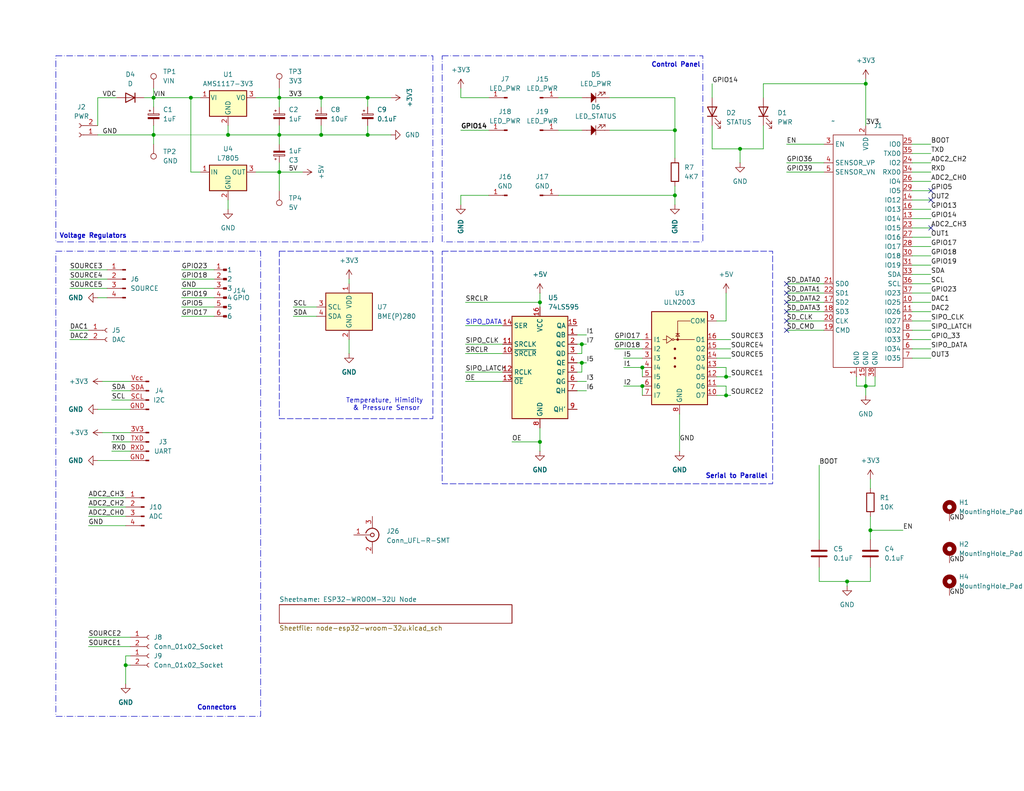
<source format=kicad_sch>
(kicad_sch (version 20231120) (generator "eeschema") (generator_version "8.0")
  (paper "USLetter")
  (title_block (title "ESP32 Sensor Node") (date "2024-07-03") (rev "v2.0") (comment 1 "ESP32-WROOM-32D Adapter"))
  (lib_symbols
    (symbol "+3V3_1" (power) (pin_numbers hide) (pin_names (offset 0) hide)
      (property "Value" "+3V3" (at 0 3.556 0))
      (symbol "+3V3_1_1_1"
        (pin power_in line (at 0 0 90) (length 0) (name "~") (number "1"))
      )
    )
    (symbol "+5V_1" (power) (pin_numbers hide) (pin_names (offset 0) hide)
      (property "Value" "+5V" (at 0 3.556 0))
      (symbol "+5V_1_1_1"
        (pin power_in line (at 0 0 90) (length 0) (name "~") (number "1"))
      )
    )
    (symbol "74xx:74LS595"
      (property "Reference" "U" (at -7.62 13.97 0))
      (property "Value" "74LS595" (at -7.62 -16.51 0))
      (symbol "74LS595_1_0"
        (pin tri_state line (at 10.16 7.62 180) (length 2.54) (name "QB") (number "1"))
        (pin input line (at -10.16 2.54 0) (length 2.54) (name "~{SRCLR}") (number "10"))
        (pin input line (at -10.16 5.08 0) (length 2.54) (name "SRCLK") (number "11"))
        (pin input line (at -10.16 -2.54 0) (length 2.54) (name "RCLK") (number "12"))
        (pin input line (at -10.16 -5.08 0) (length 2.54) (name "~{OE}") (number "13"))
        (pin input line (at -10.16 10.16 0) (length 2.54) (name "SER") (number "14"))
        (pin tri_state line (at 10.16 10.16 180) (length 2.54) (name "QA") (number "15"))
        (pin power_in line (at 0 15.24 270) (length 2.54) (name "VCC") (number "16"))
        (pin tri_state line (at 10.16 5.08 180) (length 2.54) (name "QC") (number "2"))
        (pin tri_state line (at 10.16 2.54 180) (length 2.54) (name "QD") (number "3"))
        (pin tri_state line (at 10.16 0 180) (length 2.54) (name "QE") (number "4"))
        (pin tri_state line (at 10.16 -2.54 180) (length 2.54) (name "QF") (number "5"))
        (pin tri_state line (at 10.16 -5.08 180) (length 2.54) (name "QG") (number "6"))
        (pin tri_state line (at 10.16 -7.62 180) (length 2.54) (name "QH") (number "7"))
        (pin power_in line (at 0 -17.78 90) (length 2.54) (name "GND") (number "8"))
        (pin output line (at 10.16 -12.7 180) (length 2.54) (name "QH'") (number "9"))
      )
    )
    (symbol "Alexander Symbol Library 2:Conn_UFL-R-SMT" (pin_names (offset 1.016) hide)
      (property "Reference" "J" (at -3.81 4.064 0))
      (property "Value" "Conn_UFL-R-SMT" (at 2.921 0 90))
      (symbol "Conn_UFL-R-SMT_1_1"
        (pin passive line (at -5.08 0 0) (length 2.54) (name "SIGNAL") (number "1"))
        (pin passive line (at 0 -5.08 90) (length 2.54) (name "GND") (number "2"))
        (pin passive line (at 0 5.08 270) (length 3.048) (name "GND") (number "3"))
      )
    )
    (symbol "Alexander Symbol Library:BME(P)280"
      (property "Reference" "U" (at -7.62 10.16 0))
      (property "Value" "BME(P)280" (at 5.08 10.16 0))
      (symbol "BME(P)280_1_1"
        (pin power_in line (at -1.27 10.16 270) (length 2.54) (name "VDD") (number "1"))
        (pin power_out line (at -1.27 -5.08 90) (length 2.54) (name "GND") (number "2"))
        (pin input line (at -10.16 3.81 0) (length 2.54) (name "SCL") (number "3"))
        (pin bidirectional line (at -10.16 1.27 0) (length 2.54) (name "SDA") (number "4"))
      )
    )
    (symbol "Alexander_Library_Symbols:Conn_2x3" (pin_names (offset 1.016))
      (property "Reference" "J" (at 0 0 0))
      (symbol "Conn_2x3_1_1"
        (pin bidirectional line (at -2.54 -2.54 0) (length 2.54) (name "1") (number "1"))
        (pin bidirectional line (at -2.54 -5.08 0) (length 2.54) (name "2") (number "2"))
        (pin bidirectional line (at -2.54 -7.62 0) (length 2.54) (name "3") (number "3"))
        (pin bidirectional line (at -2.54 -10.16 0) (length 2.54) (name "4") (number "4"))
        (pin bidirectional line (at -2.54 -12.7 0) (length 2.54) (name "5") (number "5"))
        (pin bidirectional line (at -2.54 -15.24 0) (length 2.54) (name "6") (number "6"))
      )
    )
    (symbol "Alexander_Library_Symbols:Conn_I2C_01x04" (pin_names (offset 1.016) hide)
      (property "Reference" "J" (at 0 5.08 0))
      (property "Value" "I2C" (at 0 -7.62 0))
      (symbol "Conn_I2C_01x04_1_1"
        (pin power_out line (at 5.08 -5.08 180) (length 3.81) (name "GND") (number "GND"))
        (pin bidirectional line (at 5.08 -2.54 180) (length 3.81) (name "SCL") (number "SCL"))
        (pin bidirectional line (at 5.08 0 180) (length 3.81) (name "SDA") (number "SDA"))
        (pin power_in line (at 5.08 2.54 180) (length 3.81) (name "VCC") (number "Vcc"))
      )
    )
    (symbol "Alexander_Library_Symbols:ESP32-WROOM-32D-SOCKET"
      (property "Reference" "J" (at 0 0 0))
      (symbol "ESP32-WROOM-32D-SOCKET_1_1"
        (pin power_out line (at 6.35 -69.85 90) (length 2.54) (name "GND") (number "1"))
        (pin bidirectional line (at 21.59 -49.53 180) (length 2.54) (name "IO25") (number "10"))
        (pin bidirectional line (at 21.59 -52.07 180) (length 2.54) (name "IO26") (number "11"))
        (pin bidirectional line (at 21.59 -54.61 180) (length 2.54) (name "IO27") (number "12"))
        (pin bidirectional line (at 21.59 -26.67 180) (length 2.54) (name "IO14") (number "13"))
        (pin bidirectional line (at 21.59 -21.59 180) (length 2.54) (name "IO12") (number "14"))
        (pin power_out line (at 8.89 -69.85 90) (length 2.54) (name "GND") (number "15"))
        (pin bidirectional line (at 21.59 -24.13 180) (length 2.54) (name "IO13") (number "16"))
        (pin input line (at -2.54 -49.53 0) (length 2.54) (name "SD2") (number "17"))
        (pin input line (at -2.54 -52.07 0) (length 2.54) (name "SD3") (number "18"))
        (pin input line (at -2.54 -57.15 0) (length 2.54) (name "CMD") (number "19"))
        (pin power_in line (at 8.89 -1.27 270) (length 2.54) (name "VDD") (number "2"))
        (pin input line (at -2.54 -54.61 0) (length 2.54) (name "CLK") (number "20"))
        (pin input line (at -2.54 -44.45 0) (length 2.54) (name "SD0") (number "21"))
        (pin input line (at -2.54 -46.99 0) (length 2.54) (name "SD1") (number "22"))
        (pin bidirectional line (at 21.59 -29.21 180) (length 2.54) (name "IO15") (number "23"))
        (pin bidirectional line (at 21.59 -11.43 180) (length 2.54) (name "IO2") (number "24"))
        (pin bidirectional line (at 21.59 -6.35 180) (length 2.54) (name "IO0") (number "25"))
        (pin bidirectional line (at 21.59 -16.51 180) (length 2.54) (name "IO4") (number "26"))
        (pin bidirectional line (at 21.59 -31.75 180) (length 2.54) (name "IO16") (number "27"))
        (pin bidirectional line (at 21.59 -34.29 180) (length 2.54) (name "IO17") (number "28"))
        (pin bidirectional line (at 21.59 -19.05 180) (length 2.54) (name "IO5") (number "29"))
        (pin input line (at -2.54 -6.35 0) (length 2.54) (name "EN") (number "3"))
        (pin bidirectional line (at 21.59 -36.83 180) (length 2.54) (name "IO18") (number "30"))
        (pin bidirectional line (at 21.59 -39.37 180) (length 2.54) (name "IO19") (number "31"))
        (pin bidirectional line (at 21.59 -41.91 180) (length 2.54) (name "SDA") (number "33"))
        (pin input line (at 21.59 -13.97 180) (length 2.54) (name "RXD0") (number "34"))
        (pin output line (at 21.59 -8.89 180) (length 2.54) (name "TXD0") (number "35"))
        (pin bidirectional line (at 21.59 -44.45 180) (length 2.54) (name "SCL") (number "36"))
        (pin bidirectional line (at 21.59 -46.99 180) (length 2.54) (name "IO23") (number "37"))
        (pin power_out line (at 11.43 -69.85 90) (length 2.54) (name "GND") (number "38"))
        (pin input line (at -2.54 -11.43 0) (length 2.54) (name "SENSOR_VP") (number "4"))
        (pin input line (at -2.54 -13.97 0) (length 2.54) (name "SENSOR_VN") (number "5"))
        (pin bidirectional line (at 21.59 -62.23 180) (length 2.54) (name "IO34") (number "6"))
        (pin bidirectional line (at 21.59 -64.77 180) (length 2.54) (name "IO35") (number "7"))
        (pin bidirectional line (at 21.59 -57.15 180) (length 2.54) (name "IO32") (number "8"))
        (pin bidirectional line (at 21.59 -59.69 180) (length 2.54) (name "IO33") (number "9"))
      )
    )
    (symbol "Conn_UART_1" (pin_names (offset 1.016) hide)
      (property "Reference" "J" (at 1.27 3.81 0))
      (property "Value" "UART" (at 2.54 -10.16 0))
      (symbol "Conn_UART_1_1_1"
        (pin power_in line (at 5.08 0 180) (length 3.81) (name "3V3") (number "3V3"))
        (pin power_out line (at 5.08 -7.62 180) (length 3.81) (name "GND") (number "GND"))
        (pin input line (at 5.08 -5.08 180) (length 3.81) (name "RXD") (number "RXD"))
        (pin output line (at 5.08 -2.54 180) (length 3.81) (name "TXD") (number "TXD"))
      )
    )
    (symbol "Connector:Conn_01x01_Pin" (pin_names (offset 1.016) hide)
      (property "Reference" "J" (at 0 2.54 0))
      (property "Value" "Conn_01x01_Pin" (at 0 -2.54 0))
      (symbol "Conn_01x01_Pin_1_1"
        (pin passive line (at 5.08 0 180) (length 3.81) (name "Pin_1") (number "1"))
      )
    )
    (symbol "Connector:Conn_01x02_Socket" (pin_names (offset 1.016) hide)
      (property "Reference" "J" (at 0 2.54 0))
      (property "Value" "Conn_01x02_Socket" (at 0 -5.08 0))
      (symbol "Conn_01x02_Socket_1_1"
        (pin passive line (at -5.08 0 0) (length 3.81) (name "Pin_1") (number "1"))
        (pin passive line (at -5.08 -2.54 0) (length 3.81) (name "Pin_2") (number "2"))
      )
    )
    (symbol "Connector:Conn_01x04_Pin" (pin_names (offset 1.016) hide)
      (property "Reference" "J" (at 0 5.08 0))
      (property "Value" "I2C" (at 0 -7.62 0))
      (symbol "Conn_01x04_Pin_1_1"
        (pin passive line (at 5.08 2.54 180) (length 3.81) (name "Pin_1") (number "1"))
        (pin passive line (at 5.08 0 180) (length 3.81) (name "Pin_2") (number "2"))
        (pin passive line (at 5.08 -2.54 180) (length 3.81) (name "Pin_3") (number "3"))
        (pin passive line (at 5.08 -5.08 180) (length 3.81) (name "Pin_4") (number "4"))
      )
    )
    (symbol "Connector:TestPoint" (pin_numbers hide) (pin_names (offset 0.762) hide)
      (property "Reference" "TP" (at 0 6.858 0))
      (property "Value" "TestPoint" (at 0 5.08 0))
      (symbol "TestPoint_1_1"
        (pin passive line (at 0 0 90) (length 2.54) (name "1") (number "1"))
      )
    )
    (symbol "Device:C" (pin_numbers hide) (pin_names (offset 0.254))
      (property "Reference" "C" (at 0.635 2.54 0))
      (property "Value" "C" (at 0.635 -2.54 0))
      (symbol "C_1_1"
        (pin passive line (at 0 3.81 270) (length 2.794) (name "~") (number "1"))
        (pin passive line (at 0 -3.81 90) (length 2.794) (name "~") (number "2"))
      )
    )
    (symbol "Device:C_Polarized_Small" (pin_numbers hide) (pin_names (offset 0.254) hide)
      (property "Reference" "C" (at 0.254 1.778 0))
      (property "Value" "C_Polarized_Small" (at 0.254 -2.032 0))
      (symbol "C_Polarized_Small_1_1"
        (pin passive line (at 0 2.54 270) (length 1.8542) (name "~") (number "1"))
        (pin passive line (at 0 -2.54 90) (length 1.8542) (name "~") (number "2"))
      )
    )
    (symbol "Device:D" (pin_numbers hide) (pin_names (offset 1.016) hide)
      (property "Reference" "D" (at 0 2.54 0))
      (property "Value" "D" (at 0 -2.54 0))
      (symbol "D_1_1"
        (pin passive line (at -3.81 0 0) (length 2.54) (name "K") (number "1"))
        (pin passive line (at 3.81 0 180) (length 2.54) (name "A") (number "2"))
      )
    )
    (symbol "Device:LED" (pin_numbers hide) (pin_names (offset 1.016) hide)
      (property "Reference" "D" (at 0 2.54 0))
      (property "Value" "LED" (at 0 -2.54 0))
      (symbol "LED_1_1"
        (pin passive line (at -3.81 0 0) (length 2.54) (name "K") (number "1"))
        (pin passive line (at 3.81 0 180) (length 2.54) (name "A") (number "2"))
      )
    )
    (symbol "Device:R" (pin_numbers hide) (pin_names (offset 0))
      (property "Reference" "R" (at 2.032 0 90))
      (property "Value" "R" (at 0 0 90))
      (symbol "R_1_1"
        (pin passive line (at 0 3.81 270) (length 1.27) (name "~") (number "1"))
        (pin passive line (at 0 -3.81 90) (length 1.27) (name "~") (number "2"))
      )
    )
    (symbol "GND_1" (power) (pin_numbers hide) (pin_names (offset 0) hide)
      (property "Value" "GND" (at 0 -3.81 0))
      (symbol "GND_1_1_1"
        (pin power_in line (at 0 0 270) (length 0) (name "~") (number "1"))
      )
    )
    (symbol "GND_3" (power) (pin_numbers hide) (pin_names (offset 0) hide)
      (property "Value" "GND" (at 0 -3.81 0))
      (symbol "GND_3_1_1"
        (pin power_in line (at 0 0 270) (length 0) (name "~") (number "1"))
      )
    )
    (symbol "GND_4" (power) (pin_numbers hide) (pin_names (offset 0) hide)
      (property "Value" "GND" (at 0 -3.81 0))
      (symbol "GND_4_1_1"
        (pin power_in line (at 0 0 270) (length 0) (name "~") (number "1"))
      )
    )
    (symbol "GND_5" (power) (pin_numbers hide) (pin_names (offset 0) hide)
      (property "Value" "GND" (at 0 -3.81 0))
      (symbol "GND_5_1_1"
        (pin power_in line (at 0 0 270) (length 0) (name "~") (number "1"))
      )
    )
    (symbol "Mechanical:MountingHole_Pad" (pin_numbers hide) (pin_names (offset 1.016) hide)
      (property "Reference" "H" (at 0 6.35 0))
      (property "Value" "MountingHole_Pad" (at 0 4.445 0))
      (symbol "MountingHole_Pad_1_1"
        (pin input line (at 0 -2.54 90) (length 2.54) (name "1") (number "1"))
      )
    )
    (symbol "PCM_SL_Devices:LED_5mm"
      (property "Reference" "D" (at -0.508 5.334 0))
      (property "Value" "LED_5mm" (at -0.508 2.794 0))
      (symbol "LED_5mm_1_1"
        (pin passive line (at 3.81 0 180) (length 1.5) (name "~") (number "1"))
        (pin passive line (at -3.81 0 0) (length 1.5) (name "") (number "2"))
      )
    )
    (symbol "Regulator_Linear:L7805" (pin_names (offset 0.254))
      (property "Reference" "U4" (at 0 6.35 0))
      (property "Value" "L7805" (at 0 3.81 0))
      (symbol "L7805_1_1"
        (pin power_in line (at -7.62 0 0) (length 2.54) (name "IN") (number "1"))
        (pin power_in line (at 0 -7.62 90) (length 2.54) (name "GND") (number "2"))
        (pin power_out line (at 7.62 0 180) (length 2.54) (name "OUT") (number "3"))
      )
    )
    (symbol "Regulator_Linear:LM78M05_TO220" (pin_names (offset 0.254))
      (property "Reference" "U" (at -3.81 3.175 0))
      (property "Value" "LM78M05_TO220" (at 0 3.175 0))
      (symbol "LM78M05_TO220_1_1"
        (pin power_in line (at -7.62 0 0) (length 2.54) (name "VI") (number "1"))
        (pin power_in line (at 0 -7.62 90) (length 2.54) (name "GND") (number "2"))
        (pin power_out line (at 7.62 0 180) (length 2.54) (name "VO") (number "3"))
      )
    )
    (symbol "Transistor_Array:ULN2003"
      (property "Reference" "U" (at 0 15.875 0))
      (property "Value" "ULN2003" (at 0 13.97 0))
      (symbol "ULN2003_1_1"
        (pin input line (at -10.16 5.08 0) (length 2.54) (name "I1") (number "1"))
        (pin open_collector line (at 10.16 -10.16 180) (length 2.54) (name "O7") (number "10"))
        (pin open_collector line (at 10.16 -7.62 180) (length 2.54) (name "O6") (number "11"))
        (pin open_collector line (at 10.16 -5.08 180) (length 2.54) (name "O5") (number "12"))
        (pin open_collector line (at 10.16 -2.54 180) (length 2.54) (name "O4") (number "13"))
        (pin open_collector line (at 10.16 0 180) (length 2.54) (name "O3") (number "14"))
        (pin open_collector line (at 10.16 2.54 180) (length 2.54) (name "O2") (number "15"))
        (pin open_collector line (at 10.16 5.08 180) (length 2.54) (name "O1") (number "16"))
        (pin input line (at -10.16 2.54 0) (length 2.54) (name "I2") (number "2"))
        (pin input line (at -10.16 0 0) (length 2.54) (name "I3") (number "3"))
        (pin input line (at -10.16 -2.54 0) (length 2.54) (name "I4") (number "4"))
        (pin input line (at -10.16 -5.08 0) (length 2.54) (name "I5") (number "5"))
        (pin input line (at -10.16 -7.62 0) (length 2.54) (name "I6") (number "6"))
        (pin input line (at -10.16 -10.16 0) (length 2.54) (name "I7") (number "7"))
        (pin power_in line (at 0 -15.24 90) (length 2.54) (name "GND") (number "8"))
        (pin passive line (at 10.16 10.16 180) (length 2.54) (name "COM") (number "9"))
      )
    )
    (symbol "power:+3V3" (power) (pin_names (offset 0))
      (property "Value" "+3V3" (at 0 3.556 0))
      (symbol "+3V3_1_1"
        (pin power_in line (at 0 0 90) (length 0) hide (name "+3V3") (number "1"))
      )
    )
    (symbol "power:+5V" (power) (pin_names (offset 0))
      (property "Value" "+5V" (at 0 3.556 0))
      (symbol "+5V_1_1"
        (pin power_in line (at 0 0 90) (length 0) hide (name "+5V") (number "1"))
      )
    )
    (symbol "power:GND" (power) (pin_names (offset 0))
      (property "Value" "GND" (at 0 -3.81 0))
      (symbol "GND_1_1"
        (pin power_in line (at 0 0 270) (length 0) hide (name "GND") (number "1"))
      )
    )
  )
  (junction (at 147.32 120.65))
  (junction (at 87.63 26.67))
  (junction (at 62.23 36.83))
  (junction (at 76.2 36.83))
  (junction (at 184.15 35.56))
  (junction (at 100.33 36.83))
  (junction (at 198.12 107.95))
  (junction (at 41.91 36.83))
  (junction (at 52.07 26.67))
  (junction (at 76.2 46.99))
  (junction (at 158.75 93.98))
  (junction (at 198.12 102.87))
  (junction (at 236.22 105.41))
  (junction (at 158.75 99.06))
  (junction (at 175.26 105.41))
  (junction (at 237.49 144.78))
  (junction (at 100.33 26.67))
  (junction (at 175.26 100.33))
  (junction (at 76.2 26.67))
  (junction (at 41.91 26.67))
  (junction (at 87.63 36.83))
  (junction (at 147.32 82.55))
  (junction (at 184.15 53.34))
  (junction (at 231.14 158.75))
  (junction (at 236.22 22.86))
  (junction (at 201.93 40.64))
  (junction (at 34.29 181.61))
  (no_connect (at 214.63 82.55))
  (no_connect (at 214.63 90.17))
  (no_connect (at 214.63 85.09))
  (no_connect (at 254 52.07))
  (no_connect (at 254 62.23))
  (no_connect (at 254 54.61))
  (no_connect (at 214.63 80.01))
  (no_connect (at 214.63 87.63))
  (no_connect (at 214.63 77.47))
  (wire (pts (xy 170.18 105.41) (xy 175.26 105.41)))
  (wire (pts (xy 158.75 99.06) (xy 158.75 101.6)))
  (wire (pts (xy 248.92 44.45) (xy 254 44.45)))
  (wire (pts (xy 62.23 54.61) (xy 62.23 57.15)))
  (wire (pts (xy 52.07 26.67) (xy 54.61 26.67)))
  (wire (pts (xy 157.48 99.06) (xy 158.75 99.06)))
  (wire (pts (xy 214.63 87.63) (xy 224.79 87.63)))
  (wire (pts (xy 34.29 179.07) (xy 34.29 181.61)))
  (wire (pts (xy 30.48 109.22) (xy 35.56 109.22)))
  (wire (pts (xy 41.91 36.83) (xy 62.23 36.83)) (stroke (width 0.0254)))
  (wire (pts (xy 147.32 116.84) (xy 147.32 120.65)))
  (wire (pts (xy 198.12 105.41) (xy 198.12 107.95)))
  (wire (pts (xy 127 93.98) (xy 137.16 93.98)))
  (wire (pts (xy 184.15 26.67) (xy 184.15 35.56)))
  (wire (pts (xy 184.15 50.8) (xy 184.15 53.34)))
  (wire (pts (xy 24.13 173.99) (xy 35.56 173.99)))
  (wire (pts (xy 198.12 100.33) (xy 198.12 102.87)))
  (wire (pts (xy 223.52 158.75) (xy 231.14 158.75)))
  (wire (pts (xy 41.91 26.67) (xy 52.07 26.67)))
  (wire (pts (xy 248.92 49.53) (xy 254 49.53)))
  (wire (pts (xy 201.93 40.64) (xy 208.28 40.64)))
  (wire (pts (xy 214.63 85.09) (xy 224.79 85.09)))
  (wire (pts (xy 54.61 46.99) (xy 52.07 46.99)))
  (wire (pts (xy 30.48 120.65) (xy 35.56 120.65)))
  (wire (pts (xy 198.12 107.95) (xy 199.39 107.95)))
  (wire (pts (xy 24.13 140.97) (xy 34.29 140.97)))
  (wire (pts (xy 127 96.52) (xy 137.16 96.52)))
  (wire (pts (xy 236.22 21.59) (xy 236.22 22.86)))
  (wire (pts (xy 248.92 64.77) (xy 254 64.77)))
  (wire (pts (xy 27.94 104.14) (xy 35.56 104.14)))
  (wire (pts (xy 195.58 107.95) (xy 198.12 107.95)))
  (wire (pts (xy 62.23 34.29) (xy 62.23 36.83)))
  (wire (pts (xy 100.33 36.83) (xy 106.68 36.83)))
  (wire (pts (xy 195.58 92.71) (xy 199.39 92.71)))
  (wire (pts (xy 29.21 78.74) (xy 19.05 78.74)))
  (wire (pts (xy 233.68 105.41) (xy 236.22 105.41)))
  (wire (pts (xy 158.75 93.98) (xy 160.02 93.98)))
  (wire (pts (xy 125.73 26.67) (xy 125.73 24.13)))
  (wire (pts (xy 76.2 34.29) (xy 76.2 36.83)))
  (wire (pts (xy 175.26 105.41) (xy 175.26 107.95)))
  (wire (pts (xy 29.21 73.66) (xy 19.05 73.66)))
  (wire (pts (xy 248.92 39.37) (xy 254 39.37)))
  (wire (pts (xy 87.63 26.67) (xy 87.63 29.21)))
  (wire (pts (xy 49.53 83.82) (xy 58.42 83.82)))
  (wire (pts (xy 198.12 87.63) (xy 195.58 87.63)))
  (wire (pts (xy 198.12 102.87) (xy 199.39 102.87)))
  (wire (pts (xy 194.31 22.86) (xy 194.31 26.67)))
  (wire (pts (xy 26.67 81.28) (xy 29.21 81.28)))
  (wire (pts (xy 49.53 73.66) (xy 58.42 73.66)))
  (wire (pts (xy 147.32 82.55) (xy 147.32 83.82)))
  (wire (pts (xy 167.64 92.71) (xy 175.26 92.71)))
  (wire (pts (xy 125.73 53.34) (xy 125.73 55.88)))
  (wire (pts (xy 224.79 39.37) (xy 214.63 39.37)))
  (wire (pts (xy 166.37 35.56) (xy 184.15 35.56)))
  (wire (pts (xy 133.35 26.67) (xy 125.73 26.67)))
  (wire (pts (xy 147.32 80.01) (xy 147.32 82.55)))
  (wire (pts (xy 26.67 26.67) (xy 31.75 26.67)))
  (wire (pts (xy 233.68 102.87) (xy 233.68 105.41)))
  (wire (pts (xy 41.91 39.37) (xy 41.91 36.83)))
  (wire (pts (xy 19.05 90.17) (xy 24.13 90.17)))
  (wire (pts (xy 214.63 46.99) (xy 224.79 46.99)))
  (wire (pts (xy 49.53 76.2) (xy 58.42 76.2)))
  (wire (pts (xy 34.29 181.61) (xy 35.56 181.61)))
  (wire (pts (xy 27.94 118.11) (xy 35.56 118.11)))
  (wire (pts (xy 41.91 26.67) (xy 41.91 29.21)))
  (wire (pts (xy 237.49 140.97) (xy 237.49 144.78)))
  (wire (pts (xy 237.49 144.78) (xy 246.38 144.78)))
  (wire (pts (xy 248.92 92.71) (xy 254 92.71)))
  (wire (pts (xy 41.91 34.29) (xy 41.91 36.83)))
  (wire (pts (xy 201.93 44.45) (xy 201.93 40.64)))
  (wire (pts (xy 195.58 105.41) (xy 198.12 105.41)))
  (wire (pts (xy 152.4 35.56) (xy 158.75 35.56)))
  (wire (pts (xy 214.63 80.01) (xy 224.79 80.01)))
  (wire (pts (xy 198.12 80.01) (xy 198.12 87.63)))
  (wire (pts (xy 24.13 176.53) (xy 35.56 176.53)))
  (wire (pts (xy 214.63 77.47) (xy 224.79 77.47)))
  (wire (pts (xy 157.48 96.52) (xy 158.75 96.52)))
  (wire (pts (xy 157.48 104.14) (xy 160.02 104.14)))
  (wire (pts (xy 208.28 34.29) (xy 208.28 40.64)))
  (wire (pts (xy 52.07 26.67) (xy 52.07 46.99)))
  (wire (pts (xy 248.92 87.63) (xy 254 87.63)))
  (wire (pts (xy 35.56 179.07) (xy 34.29 179.07)))
  (wire (pts (xy 76.2 46.99) (xy 82.55 46.99)))
  (wire (pts (xy 41.91 24.13) (xy 41.91 26.67)))
  (wire (pts (xy 76.2 36.83) (xy 87.63 36.83)))
  (wire (pts (xy 248.92 90.17) (xy 254 90.17)))
  (wire (pts (xy 152.4 26.67) (xy 158.75 26.67)))
  (wire (pts (xy 195.58 97.79) (xy 199.39 97.79)))
  (wire (pts (xy 248.92 80.01) (xy 254 80.01)))
  (wire (pts (xy 237.49 154.94) (xy 237.49 158.75)))
  (wire (pts (xy 208.28 22.86) (xy 208.28 26.67)))
  (wire (pts (xy 127 88.9) (xy 137.16 88.9)))
  (wire (pts (xy 80.01 86.36) (xy 86.36 86.36)))
  (wire (pts (xy 35.56 111.76) (xy 26.67 111.76)))
  (wire (pts (xy 195.58 95.25) (xy 199.39 95.25)))
  (wire (pts (xy 30.48 123.19) (xy 35.56 123.19)))
  (wire (pts (xy 125.73 35.56) (xy 133.35 35.56)))
  (wire (pts (xy 87.63 26.67) (xy 100.33 26.67)))
  (wire (pts (xy 194.31 40.64) (xy 201.93 40.64)))
  (wire (pts (xy 76.2 36.83) (xy 76.2 39.37)))
  (wire (pts (xy 248.92 41.91) (xy 254 41.91)))
  (wire (pts (xy 248.92 85.09) (xy 254 85.09)))
  (wire (pts (xy 237.49 144.78) (xy 237.49 147.32)))
  (wire (pts (xy 194.31 34.29) (xy 194.31 40.64)))
  (wire (pts (xy 147.32 120.65) (xy 147.32 123.19)))
  (wire (pts (xy 100.33 26.67) (xy 100.33 29.21)))
  (wire (pts (xy 170.18 97.79) (xy 175.26 97.79)))
  (wire (pts (xy 62.23 36.83) (xy 76.2 36.83)))
  (wire (pts (xy 248.92 72.39) (xy 254 72.39)))
  (wire (pts (xy 214.63 90.17) (xy 224.79 90.17)))
  (wire (pts (xy 76.2 29.21) (xy 76.2 26.67)))
  (wire (pts (xy 236.22 22.86) (xy 236.22 34.29)))
  (wire (pts (xy 80.01 83.82) (xy 86.36 83.82)))
  (wire (pts (xy 248.92 46.99) (xy 254 46.99)))
  (wire (pts (xy 76.2 46.99) (xy 76.2 52.07)))
  (wire (pts (xy 248.92 57.15) (xy 254 57.15)))
  (wire (pts (xy 248.92 74.93) (xy 254 74.93)))
  (wire (pts (xy 26.67 36.83) (xy 41.91 36.83)))
  (wire (pts (xy 125.73 53.34) (xy 133.35 53.34)))
  (wire (pts (xy 49.53 81.28) (xy 58.42 81.28)))
  (wire (pts (xy 214.63 44.45) (xy 224.79 44.45)))
  (wire (pts (xy 157.48 91.44) (xy 160.02 91.44)))
  (wire (pts (xy 35.56 125.73) (xy 26.67 125.73)))
  (wire (pts (xy 248.92 62.23) (xy 254 62.23)))
  (wire (pts (xy 100.33 34.29) (xy 100.33 36.83)))
  (wire (pts (xy 95.25 76.2) (xy 95.25 77.47)))
  (wire (pts (xy 49.53 86.36) (xy 58.42 86.36)))
  (wire (pts (xy 236.22 105.41) (xy 236.22 107.95)))
  (wire (pts (xy 248.92 54.61) (xy 254 54.61)))
  (wire (pts (xy 248.92 82.55) (xy 254 82.55)))
  (wire (pts (xy 248.92 97.79) (xy 254 97.79)))
  (wire (pts (xy 76.2 44.45) (xy 76.2 46.99)))
  (wire (pts (xy 127 101.6) (xy 137.16 101.6)))
  (wire (pts (xy 223.52 127) (xy 223.52 147.32)))
  (wire (pts (xy 24.13 135.89) (xy 34.29 135.89)))
  (wire (pts (xy 184.15 53.34) (xy 184.15 55.88)))
  (wire (pts (xy 24.13 138.43) (xy 34.29 138.43)))
  (wire (pts (xy 69.85 46.99) (xy 76.2 46.99)))
  (wire (pts (xy 69.85 26.67) (xy 76.2 26.67)))
  (wire (pts (xy 19.05 92.71) (xy 24.13 92.71)))
  (wire (pts (xy 34.29 181.61) (xy 34.29 186.69)))
  (wire (pts (xy 127 82.55) (xy 147.32 82.55)))
  (wire (pts (xy 238.76 105.41) (xy 236.22 105.41)))
  (wire (pts (xy 170.18 100.33) (xy 175.26 100.33)))
  (wire (pts (xy 248.92 52.07) (xy 254 52.07)))
  (wire (pts (xy 157.48 93.98) (xy 158.75 93.98)))
  (wire (pts (xy 248.92 95.25) (xy 254 95.25)))
  (wire (pts (xy 238.76 102.87) (xy 238.76 105.41)))
  (wire (pts (xy 184.15 35.56) (xy 184.15 43.18)))
  (wire (pts (xy 139.7 120.65) (xy 147.32 120.65)))
  (wire (pts (xy 248.92 69.85) (xy 254 69.85)))
  (wire (pts (xy 76.2 24.13) (xy 76.2 26.67)))
  (wire (pts (xy 248.92 59.69) (xy 254 59.69)))
  (wire (pts (xy 237.49 130.81) (xy 237.49 133.35)))
  (wire (pts (xy 195.58 100.33) (xy 198.12 100.33)))
  (wire (pts (xy 87.63 34.29) (xy 87.63 36.83)))
  (wire (pts (xy 30.48 106.68) (xy 35.56 106.68)))
  (wire (pts (xy 248.92 77.47) (xy 254 77.47)))
  (wire (pts (xy 26.67 26.67) (xy 26.67 34.29)))
  (wire (pts (xy 175.26 100.33) (xy 175.26 102.87)))
  (wire (pts (xy 152.4 53.34) (xy 184.15 53.34)))
  (wire (pts (xy 167.64 95.25) (xy 175.26 95.25)))
  (wire (pts (xy 231.14 158.75) (xy 231.14 160.02)))
  (wire (pts (xy 24.13 143.51) (xy 34.29 143.51)))
  (wire (pts (xy 214.63 82.55) (xy 224.79 82.55)))
  (wire (pts (xy 157.48 101.6) (xy 158.75 101.6)))
  (wire (pts (xy 157.48 106.68) (xy 160.02 106.68)))
  (wire (pts (xy 95.25 92.71) (xy 95.25 96.52)))
  (wire (pts (xy 223.52 154.94) (xy 223.52 158.75)))
  (wire (pts (xy 195.58 102.87) (xy 198.12 102.87)))
  (wire (pts (xy 185.42 113.03) (xy 185.42 123.19)))
  (wire (pts (xy 76.2 26.67) (xy 87.63 26.67)))
  (wire (pts (xy 49.53 78.74) (xy 58.42 78.74)))
  (wire (pts (xy 29.21 76.2) (xy 19.05 76.2)))
  (wire (pts (xy 231.14 158.75) (xy 237.49 158.75)))
  (wire (pts (xy 208.28 22.86) (xy 236.22 22.86)))
  (wire (pts (xy 158.75 99.06) (xy 160.02 99.06)))
  (wire (pts (xy 236.22 102.87) (xy 236.22 105.41)))
  (wire (pts (xy 158.75 96.52) (xy 158.75 93.98)))
  (wire (pts (xy 248.92 67.31) (xy 254 67.31)))
  (wire (pts (xy 166.37 26.67) (xy 184.15 26.67)))
  (wire (pts (xy 87.63 36.83) (xy 100.33 36.83)))
  (wire (pts (xy 100.33 26.67) (xy 106.68 26.67)))
  (wire (pts (xy 39.37 26.67) (xy 41.91 26.67)))
  (wire (pts (xy 127 104.14) (xy 137.16 104.14)))
  (rectangle (start 120.65 68.58) (end 210.82 132.08) (stroke (width 0) (type dash)))
  (rectangle (start 15.24 68.58) (end 71.12 195.58) (stroke (width 0) (type dash_dot)))
  (rectangle (start 76.2 68.58) (end 118.11 114.3) (stroke (width 0) (type dash)))
  (rectangle (start 120.65 15.24) (end 191.77 66.04) (stroke (width 0) (type dash_dot)))
  (rectangle (start 15.24 15.24) (end 118.11 66.04) (stroke (width 0) (type dash_dot)))
  (text "Voltage Regulators" (at 25.4 63.754 0) (effects (font (size 1.27 1.27) (thickness 0.254) (bold yes)) (justify top)))
  (text "Control Panel " (at 184.912 17.78 0) (effects (font (size 1.27 1.27) (thickness 0.254) (bold yes))))
  (text "Connectors\n" (at 59.182 193.294 0) (effects (font (size 1.27 1.27) (thickness 0.254) (bold yes))))
  (text "Serial to Parallel" (at 209.55 130.81 0) (effects (font (size 1.27 1.27) (bold yes)) (justify right bottom)))
  (text "Temperature, Himidity \n& Pressure Sensor" (at 105.41 110.49 0) (effects (font (size 1.27 1.27))))
  (label "SIPO_DATA" (at 254 95.25 0))
  (label "SOURCE5" (at 199.39 97.79 0))
  (label "GND" (at 259.08 142.24 0))
  (label "I2" (at 170.18 105.41 0))
  (label "SOURCE3" (at 19.05 73.66 0))
  (label "SOURCE4" (at 19.05 76.2 0))
  (label "SD_DATA1" (at 214.63 80.01 0))
  (label "SOURCE1" (at 24.13 176.53 0))
  (label "I7" (at 160.02 93.98 0))
  (label "GPIO5" (at 254 52.07 0))
  (label "SOURCE5" (at 19.05 78.74 0))
  (label "ADC2_CH2" (at 254 44.45 0))
  (label "OUT1" (at 254 64.77 0))
  (label "GPIO_33" (at 254 92.71 0))
  (label "I3" (at 160.02 104.14 0))
  (label "OUT2" (at 254 54.61 0))
  (label "SD_DATA0" (at 214.63 77.47 0))
  (label "GPIO23" (at 254 80.01 0))
  (label "VDC" (at 27.94 26.67 0))
  (label "GPIO13" (at 254 57.15 0))
  (label "SCL" (at 80.01 83.82 0))
  (label "SIPO_CLK" (at 127 93.98 0))
  (label "SD_CLK" (at 214.63 87.63 0))
  (label "DAC2" (at 19.05 92.71 0))
  (label "OE" (at 139.7 120.65 0))
  (label "TXD" (at 254 41.91 0))
  (label "GPIO17" (at 167.64 92.71 0))
  (label "I1" (at 170.18 100.33 0))
  (label "BOOT" (at 223.52 127 0))
  (label "ADC2_CH2" (at 24.13 138.43 0))
  (label "SDA" (at 254 74.93 0))
  (label "SD_CMD" (at 214.63 90.17 0))
  (label "ADC2_CH0" (at 24.13 140.97 0))
  (label "SD_DATA3" (at 214.63 85.09 0))
  (label "SIPO_LATCH" (at 127 101.6 0))
  (label "I5" (at 160.02 99.06 0))
  (label "GPIO23" (at 49.53 73.66 0))
  (label "GPIO5" (at 49.53 83.82 0))
  (label "SD_DATA2" (at 214.63 82.55 0))
  (label "GND" (at 24.13 143.51 0))
  (label "EN" (at 246.38 144.78 0))
  (label "SCL" (at 254 77.47 0))
  (label "SIPO_LATCH" (at 254 90.17 0))
  (label "GPIO18" (at 254 69.85 0))
  (label "GPIO14" (at 194.31 22.86 0))
  (label "GPIO14" (at 254 59.69 0))
  (label "RXD" (at 30.48 123.19 0))
  (label "SCL" (at 30.48 109.22 0))
  (label "GPIO18" (at 167.64 95.25 0))
  (label "SIPO_CLK" (at 254 87.63 0))
  (label "GND" (at 49.53 78.74 0))
  (label "3V3" (at 236.22 34.29 0))
  (label "ADC2_CH3" (at 254 62.23 0))
  (label "OUT3" (at 254 97.79 0))
  (label "GPIO39" (at 214.63 46.99 0))
  (label "I5" (at 170.18 97.79 0))
  (label "SOURCE1" (at 199.39 102.87 0))
  (label "GND" (at 259.08 153.67 0))
  (label "GPIO17" (at 49.53 86.36 0))
  (label "GPIO18" (at 49.53 76.2 0))
  (label "SOURCE2" (at 199.39 107.95 0))
  (label "BOOT" (at 254 39.37 0))
  (label "SRCLR" (at 127 82.55 0))
  (label "SOURCE3" (at 199.39 92.71 0))
  (label "ADC2_CH0" (at 254 49.53 0))
  (label "5V" (at 78.74 46.99 0))
  (label "ADC2_CH3" (at 24.13 135.89 0))
  (label "GND" (at 259.08 162.56 0))
  (label "VIN" (at 41.91 26.67 0))
  (label "DAC2" (at 254 85.09 0))
  (label "SDA" (at 80.01 86.36 0))
  (label "DAC1" (at 254 82.55 0))
  (label "3V3" (at 78.74 26.67 0))
  (label "OE" (at 127 104.14 0))
  (label "SDA" (at 30.48 106.68 0))
  (label "SRCLR" (at 127 96.52 0))
  (label "GPIO19" (at 49.53 81.28 0))
  (label "GPIO36" (at 214.63 44.45 0))
  (label "GPIO19" (at 254 72.39 0))
  (label "GND" (at 27.94 36.83 0))
  (label "I1" (at 160.02 91.44 0))
  (label "DAC1" (at 19.05 90.17 0))
  (label "EN" (at 214.63 39.37 0))
  (label "I6" (at 160.02 106.68 0))
  (label "SIPO_DATA" (at 127 88.9 0))
  (label "GND" (at 185.42 120.65 0))
  (label "GPIO17" (at 254 67.31 0))
  (label "GPIO14" (at 125.73 35.56 0) (effects (font (bold yes))))
  (label "SOURCE4" (at 199.39 95.25 0))
  (label "TXD" (at 30.48 120.65 0))
  (label "SOURCE2" (at 24.13 173.99 0))
  (label "RXD" (at 254 46.99 0))
  (symbol (lib_id "Connector:Conn_01x02_Socket") (at 29.21 90.17 0) (unit 1)
    (property "Reference" "J5" (at 30.48 90.1699 0) (effects (justify left)))
    (property "Value" "DAC" (at 30.48 92.7099 0) (effects (justify left)))
    (property "Footprint" "Connector_PinSocket_2.54mm:PinSocket_1x02_P2.54mm_Vertical" (effects (hide yes)))
  )
  (symbol (lib_id "power:GND") (at 106.68 36.83 90) (unit 1)
    (property "Reference" "#PWR03" (effects (hide yes)))
    (property "Value" "GND" (at 110.49 36.8299 90) (effects (justify right)))
  )
  (symbol (lib_id "Connector:Conn_01x04_Pin") (at 39.37 138.43 0) (mirror y) (unit 1)
    (property "Reference" "J10" (at 40.64 138.4299 0) (effects (justify right)))
    (property "Value" "ADC" (at 40.64 140.9699 0) (effects (justify right)))
    (property "Footprint" "Connector_PinSocket_2.54mm:PinSocket_1x04_P2.54mm_Vertical" (effects (hide yes)))
  )
  (symbol (lib_id "power:+3V3") (at 95.25 76.2 0) (unit 1)
    (property "Reference" "#PWR022" (effects (hide yes)))
    (property "Value" "+3V3" (at 95.25 71.12 0))
  )
  (symbol (lib_id "power:GND") (at 26.67 81.28 270) (unit 1)
    (property "Reference" "#PWR023" (effects (hide yes)))
    (property "Value" "GND" (at 22.86 81.28 90) (effects (font (bold yes)) (justify right)))
  )
  (symbol (lib_id "power:+3V3") (at 27.94 118.11 90) (unit 1)
    (property "Reference" "#PWR06" (effects (hide yes)))
    (property "Value" "+3V3" (at 24.13 118.1099 90) (effects (justify left)))
  )
  (symbol (lib_id "Alexander Symbol Library:BME(P)280") (at 96.52 87.63 0) (unit 1)
    (property "Reference" "U7" (at 102.87 83.8199 0) (effects (justify left)))
    (property "Value" "BME(P)280" (at 102.87 86.3599 0) (effects (justify left)))
    (property "Footprint" "Alexander Footprint Library:BME280_BMP280_I2C" (effects (hide yes)))
    (property "Description" "Absolute Barometric Pressure Sensor" (effects (hide yes)))
  )
  (symbol (lib_id "Device:LED") (at 194.31 30.48 90) (unit 1)
    (property "Reference" "D2" (at 198.12 30.7974 90) (effects (justify right)))
    (property "Value" "STATUS" (at 198.12 33.3374 90) (effects (justify right)))
    (property "Footprint" "LED_SMD:LED_1210_3225Metric_Pad1.42x2.65mm_HandSolder" (effects (hide yes)))
    (property "Description" "Light emitting diode" (effects (hide yes)))
  )
  (symbol (lib_id "Connector:Conn_01x01_Pin") (at 147.32 35.56 0) (mirror x) (unit 1)
    (property "Reference" "J19" (at 147.955 30.48 0))
    (property "Value" "LED_PWR" (at 147.955 33.02 0))
    (property "Footprint" "Alexander Footprint Library:Pad_1x01_P2.54_SMD" (effects (hide yes)))
    (property "Description" "Generic connector, single row, 01x01, script generated" (effects (hide yes)))
  )
  (symbol (lib_id "power:+3V3") (at 27.94 104.14 90) (unit 1)
    (property "Reference" "#PWR08" (effects (hide yes)))
    (property "Value" "+3V3" (at 24.13 104.14 90) (effects (justify left)))
  )
  (symbol (lib_id "power:+5V") (at 198.12 80.01 0) (unit 1)
    (property "Reference" "#PWR012" (effects (hide yes)))
    (property "Value" "+5V" (at 198.12 74.93 0))
  )
  (symbol (lib_id "Device:C_Polarized_Small") (at 87.63 31.75 0) (unit 1)
    (property "Reference" "C8" (at 90.17 29.9338 0) (effects (justify left)))
    (property "Value" "10uF" (at 90.17 32.4738 0) (effects (justify left)))
    (property "Footprint" "Capacitor_SMD:CP_Elec_3x5.3" (effects (hide yes)))
  )
  (symbol (lib_id "Transistor_Array:ULN2003") (at 185.42 97.79 0) (unit 1)
    (property "Reference" "U3" (at 185.42 80.01 0))
    (property "Value" "ULN2003" (at 185.42 82.55 0))
    (property "Footprint" "Package_DIP:DIP-16_W7.62mm" (effects (hide yes)))
    (property "Datasheet" "http://www.ti.com/lit/ds/symlink/uln2003a.pdf" (effects (hide yes)))
  )
  (symbol (lib_id "PCM_SL_Devices:LED_5mm") (at 162.56 26.67 0) (unit 1)
    (property "Reference" "D5" (at 162.56 20.32 0))
    (property "Value" "LED_PWR" (at 162.56 22.86 0))
    (property "Footprint" "LED_THT:LED_D5.0mm" (effects (hide yes)))
    (property "Description" "Common 5mm diameter LED" (effects (hide yes)))
  )
  (symbol (lib_name "Conn_UART_1") (lib_id "Alexander_Library_Symbols:Conn_UART") (at 40.64 118.11 0) (mirror y) (unit 1)
    (property "Reference" "J3" (at 44.45 120.65 0))
    (property "Value" "UART" (at 44.45 123.19 0))
    (property "Footprint" "Alexander Footprints Library:Conn_UART" (effects (hide yes)))
  )
  (symbol (lib_id "Device:C_Polarized_Small") (at 76.2 41.91 0) (mirror x) (unit 1)
    (property "Reference" "C3" (at 78.74 43.7261 0) (effects (justify left)))
    (property "Value" "1uF" (at 78.74 41.1861 0) (effects (justify left)))
    (property "Footprint" "Capacitor_THT:CP_Radial_D4.0mm_P2.00mm" (effects (hide yes)))
  )
  (symbol (lib_id "Device:C_Polarized_Small") (at 41.91 31.75 0) (unit 1)
    (property "Reference" "C1" (at 44.45 29.9339 0) (effects (justify left)))
    (property "Value" "1uF" (at 44.45 32.4739 0) (effects (justify left)))
    (property "Footprint" "Capacitor_THT:CP_Radial_D4.0mm_P2.00mm" (effects (hide yes)))
  )
  (symbol (lib_id "power:GND") (at 26.67 111.76 270) (unit 1)
    (property "Reference" "#PWR09" (effects (hide yes)))
    (property "Value" "GND" (at 22.86 111.76 90) (effects (font (bold yes)) (justify right)))
  )
  (symbol (lib_name "GND_4") (lib_id "power:GND") (at 147.32 123.19 0) (unit 1)
    (property "Reference" "#PWR016" (effects (hide yes)))
    (property "Value" "GND" (at 147.32 128.27 0) (effects (font (bold yes))))
    (property "Description" "Power symbol creates a global label with name \"GND\" , ground" (effects (hide yes)))
  )
  (symbol (lib_id "power:GND") (at 26.67 125.73 270) (unit 1)
    (property "Reference" "#PWR07" (effects (hide yes)))
    (property "Value" "GND" (at 22.86 125.73 90) (effects (font (bold yes)) (justify right)))
  )
  (symbol (lib_id "74xx:74LS595") (at 147.32 99.06 0) (unit 1) (on_board no)
    (property "Reference" "U5" (at 149.5141 81.28 0) (effects (justify left)))
    (property "Value" "74LS595" (at 149.5141 83.82 0) (effects (justify left)))
    (property "Footprint" "Package_DIP:DIP-16_W7.62mm" (effects (hide yes)))
    (property "Datasheet" "http://www.ti.com/lit/gpn/sn74ls595" (effects (hide yes)))
    (property "Description" "8-bit serial in/out Shift Register 3-State Outputs" (effects (hide yes)))
  )
  (symbol (lib_id "Connector:Conn_01x01_Pin") (at 147.32 26.67 0) (mirror x) (unit 1)
    (property "Reference" "J15" (at 147.955 21.59 0))
    (property "Value" "LED_PWR" (at 147.955 24.13 0))
    (property "Footprint" "Alexander Footprint Library:Pad_1x01_P2.54_SMD" (effects (hide yes)))
    (property "Description" "Generic connector, single row, 01x01, script generated" (effects (hide yes)))
  )
  (symbol (lib_id "Mechanical:MountingHole_Pad") (at 259.08 151.13 0) (unit 1)
    (property "Reference" "H2" (at 261.62 148.59 0) (effects (justify left)))
    (property "Value" "MountingHole_Pad" (at 261.62 151.13 0) (effects (justify left)))
    (property "Footprint" "MountingHole:MountingHole_3mm" (effects (hide yes)))
  )
  (symbol (lib_id "power:GND") (at 185.42 123.19 0) (unit 1)
    (property "Reference" "#PWR010" (effects (hide yes)))
    (property "Value" "GND" (at 185.42 128.27 0) (effects (font (bold yes))))
  )
  (symbol (lib_name "GND_3") (lib_id "power:GND") (at 201.93 44.45 0) (unit 1)
    (property "Reference" "#PWR015" (effects (hide yes)))
    (property "Value" "GND" (at 201.93 49.53 0))
    (property "Description" "Power symbol creates a global label with name \"GND\" , ground" (effects (hide yes)))
  )
  (symbol (lib_id "Connector:Conn_01x02_Socket") (at 40.64 179.07 0) (unit 1)
    (property "Reference" "J9" (at 41.91 179.07 0) (effects (justify left)))
    (property "Value" "Conn_01x02_Socket" (at 41.91 181.61 0) (effects (justify left)))
    (property "Footprint" "Alexander Footprints Library:Conn_Terminal_5mm" (effects (hide yes)))
  )
  (symbol (lib_id "Connector:Conn_01x04_Pin") (at 34.29 76.2 0) (mirror y) (unit 1)
    (property "Reference" "J6" (at 35.56 76.1999 0) (effects (justify right)))
    (property "Value" "SOURCE" (at 35.56 78.7399 0) (effects (justify right)))
    (property "Footprint" "Connector_PinSocket_2.54mm:PinSocket_1x04_P2.54mm_Vertical" (effects (hide yes)))
  )
  (symbol (lib_id "power:+3V3") (at 237.49 130.81 0) (unit 1)
    (property "Reference" "#PWR024" (effects (hide yes)))
    (property "Value" "+3V3" (at 237.49 125.73 0))
  )
  (symbol (lib_name "GND_3") (lib_id "power:GND") (at 231.14 160.02 0) (unit 1)
    (property "Reference" "#PWR025" (effects (hide yes)))
    (property "Value" "GND" (at 231.14 165.1 0))
    (property "Description" "Power symbol creates a global label with name \"GND\" , ground" (effects (hide yes)))
  )
  (symbol (lib_id "Device:C") (at 237.49 151.13 0) (unit 1)
    (property "Reference" "C4" (at 241.3 149.8599 0) (effects (justify left)))
    (property "Value" "0.1uF" (at 241.3 152.3999 0) (effects (justify left)))
    (property "Footprint" "Capacitor_SMD:CP_Elec_3x5.3" (effects (hide yes)))
    (property "Description" "Unpolarized capacitor" (effects (hide yes)))
  )
  (symbol (lib_name "GND_1") (lib_id "power:GND") (at 34.29 186.69 0) (unit 1)
    (property "Reference" "#PWR014" (effects (hide yes)))
    (property "Value" "GND" (at 34.29 191.77 0) (effects (font (bold yes))))
    (property "Description" "Power symbol creates a global label with name \"GND\" , ground" (effects (hide yes)))
  )
  (symbol (lib_name "+3V3_1") (lib_id "power:+3V3") (at 125.73 24.13 0) (unit 1)
    (property "Reference" "#PWR026" (effects (hide yes)))
    (property "Value" "+3V3" (at 125.73 19.05 0))
    (property "Description" "Power symbol creates a global label with name \"+3V3\"" (effects (hide yes)))
  )
  (symbol (lib_id "Device:D") (at 35.56 26.67 180) (unit 1)
    (property "Reference" "D4" (at 35.56 20.32 0))
    (property "Value" "D" (at 35.56 22.86 0))
    (property "Footprint" "Diode_SMD:D_1210_3225Metric" (effects (hide yes)))
    (property "Description" "Diode" (effects (hide yes)))
    (property "Sim.Device" "D" (effects (hide yes)))
    (property "Sim.Pins" "1=K 2=A" (effects (hide yes)))
  )
  (symbol (lib_id "Connector:TestPoint") (at 76.2 52.07 180) (unit 1)
    (property "Reference" "TP4" (at 78.74 54.1019 0) (effects (justify right)))
    (property "Value" "5V" (at 78.74 56.6419 0) (effects (justify right)))
    (property "Footprint" "TestPoint:TestPoint_Pad_D1.5mm" (effects (hide yes)))
    (property "Description" "test point" (effects (hide yes)))
  )
  (symbol (lib_id "PCM_SL_Devices:LED_5mm") (at 162.56 35.56 0) (unit 1)
    (property "Reference" "D6" (at 162.56 29.21 0))
    (property "Value" "LED_STATUS" (at 162.56 31.75 0))
    (property "Footprint" "LED_THT:LED_D5.0mm" (effects (hide yes)))
    (property "Description" "Common 5mm diameter LED" (effects (hide yes)))
  )
  (symbol (lib_id "Connector:Conn_01x02_Socket") (at 40.64 173.99 0) (unit 1)
    (property "Reference" "J8" (at 41.91 173.99 0) (effects (justify left)))
    (property "Value" "Conn_01x02_Socket" (at 41.91 176.53 0) (effects (justify left)))
    (property "Footprint" "Alexander Footprints Library:Conn_Terminal_5mm" (effects (hide yes)))
  )
  (symbol (lib_id "Connector:Conn_01x02_Socket") (at 21.59 36.83 180) (unit 1)
    (property "Reference" "J2" (at 22.225 29.21 0))
    (property "Value" "PWR" (at 22.225 31.75 0))
    (property "Footprint" "Connector_PinSocket_2.54mm:PinSocket_1x02_P2.54mm_Vertical" (effects (hide yes)))
  )
  (symbol (lib_id "Regulator_Linear:L7805") (at 62.23 46.99 0) (unit 1)
    (property "Reference" "U4" (at 62.23 40.64 0))
    (property "Value" "L7805" (at 62.23 43.18 0))
    (property "Footprint" "Alexander Footprint Library:LD1117" (effects (hide yes)))
    (property "Datasheet" "datasheets/Voltage-Regulator_L7805.pdf" (effects (hide yes)))
    (property "Description" "Voltage Regulator 1.5A Positive" (effects (hide yes)))
  )
  (symbol (lib_id "Device:R") (at 184.15 46.99 0) (unit 1)
    (property "Reference" "R7" (at 186.69 45.7199 0) (effects (justify left)))
    (property "Value" "4K7" (at 186.69 48.2599 0) (effects (justify left)))
    (property "Footprint" "Resistor_SMD:R_1206_3216Metric_Pad1.30x1.75mm_HandSolder" (effects (hide yes)))
  )
  (symbol (lib_id "Device:C_Polarized_Small") (at 100.33 31.75 0) (unit 1)
    (property "Reference" "C9" (at 102.87 29.9338 0) (effects (justify left)))
    (property "Value" "0.1uF" (at 102.87 32.4738 0) (effects (justify left)))
    (property "Footprint" "Capacitor_SMD:CP_Elec_3x5.3" (effects (hide yes)))
  )
  (symbol (lib_id "Device:LED") (at 208.28 30.48 90) (unit 1)
    (property "Reference" "D1" (at 212.09 30.7974 90) (effects (justify right)))
    (property "Value" "PWR" (at 212.09 33.3374 90) (effects (justify right)))
    (property "Footprint" "LED_SMD:LED_1210_3225Metric_Pad1.42x2.65mm_HandSolder" (effects (hide yes)))
    (property "Description" "Light emitting diode" (effects (hide yes)))
  )
  (symbol (lib_id "Alexander Symbol Library 2:Conn_UFL-R-SMT") (at 101.6 146.05 0) (unit 1) (on_board no)
    (property "Reference" "J26" (at 105.41 145.0339 0) (effects (justify left)))
    (property "Value" "Conn_UFL-R-SMT" (at 105.41 147.5739 0) (effects (justify left)))
    (property "Footprint" "Alexander Footprint Library:COAX2_U.FL-R-SMT-101_HIR" (effects (hide yes)))
    (property "Datasheet" " ~" (effects (hide yes)))
    (property "Description" "coaxial connector (BNC, SMA, SMB, SMC, Cinch/RCA, LEMO, ...)" (effects (hide yes)))
  )
  (symbol (lib_id "power:GND") (at 125.73 55.88 0) (unit 1)
    (property "Reference" "#PWR028" (effects (hide yes)))
    (property "Value" "GND" (at 125.73 59.69 90) (effects (font (bold yes)) (justify right)))
  )
  (symbol (lib_id "Connector:Conn_01x01_Pin") (at 138.43 35.56 180) (unit 1)
    (property "Reference" "J18" (at 137.795 30.48 0))
    (property "Value" "LED_PWR" (at 137.795 33.02 0))
    (property "Footprint" "Alexander Footprint Library:PinSocket_1x01_P2.54" (effects (hide yes)))
    (property "Description" "Generic connector, single row, 01x01, script generated" (effects (hide yes)))
  )
  (symbol (lib_id "power:GND") (at 62.23 57.15 0) (unit 1)
    (property "Reference" "#PWR013" (effects (hide yes)))
    (property "Value" "GND" (at 62.23 62.23 0))
  )
  (symbol (lib_id "Device:C_Polarized_Small") (at 76.2 31.75 0) (unit 1)
    (property "Reference" "C2" (at 78.74 29.9339 0) (effects (justify left)))
    (property "Value" "1uF" (at 78.74 32.4739 0) (effects (justify left)))
    (property "Footprint" "Capacitor_THT:CP_Radial_D4.0mm_P2.00mm" (effects (hide yes)))
  )
  (symbol (lib_id "Connector:Conn_01x01_Pin") (at 138.43 26.67 180) (unit 1)
    (property "Reference" "J7" (at 137.795 21.59 0))
    (property "Value" "LED_PWR" (at 137.795 24.13 0))
    (property "Footprint" "Alexander Footprint Library:PinSocket_1x01_P2.54" (effects (hide yes)))
    (property "Description" "Generic connector, single row, 01x01, script generated" (effects (hide yes)))
  )
  (symbol (lib_id "power:+3V3") (at 236.22 21.59 0) (unit 1)
    (property "Reference" "#PWR02" (effects (hide yes)))
    (property "Value" "+3V3" (at 236.22 16.51 0))
  )
  (symbol (lib_id "Connector:TestPoint") (at 41.91 39.37 180) (unit 1)
    (property "Reference" "TP2" (at 44.45 41.4019 0) (effects (justify right)))
    (property "Value" "GND" (at 44.45 43.9419 0) (effects (justify right)))
    (property "Footprint" "TestPoint:TestPoint_Pad_D1.5mm" (effects (hide yes)))
    (property "Description" "test point" (effects (hide yes)))
  )
  (symbol (lib_id "Connector:Conn_01x01_Pin") (at 138.43 53.34 180) (unit 1)
    (property "Reference" "J16" (at 137.795 48.26 0))
    (property "Value" "GND" (at 137.795 50.8 0))
    (property "Footprint" "Alexander Footprint Library:PinSocket_1x01_P2.54" (effects (hide yes)))
    (property "Description" "Generic connector, single row, 01x01, script generated" (effects (hide yes)))
  )
  (symbol (lib_id "power:+5V") (at 82.55 46.99 270) (unit 1)
    (property "Reference" "#PWR05" (effects (hide yes)))
    (property "Value" "+5V" (at 87.63 46.99 0))
  )
  (symbol (lib_id "Mechanical:MountingHole_Pad") (at 259.08 139.7 0) (unit 1)
    (property "Reference" "H1" (at 261.62 137.16 0) (effects (justify left)))
    (property "Value" "MountingHole_Pad" (at 261.62 139.7 0) (effects (justify left)))
    (property "Footprint" "MountingHole:MountingHole_3mm" (effects (hide yes)))
  )
  (symbol (lib_id "Device:C") (at 223.52 151.13 0) (unit 1)
    (property "Reference" "C5" (at 227.33 149.8599 0) (effects (justify left)))
    (property "Value" "0.1uF" (at 227.33 152.3999 0) (effects (justify left)))
    (property "Footprint" "Capacitor_SMD:CP_Elec_3x5.3" (effects (hide yes)))
    (property "Description" "Unpolarized capacitor" (effects (hide yes)))
  )
  (symbol (lib_id "Connector:TestPoint") (at 41.91 24.13 0) (unit 1)
    (property "Reference" "TP1" (at 44.45 19.5579 0) (effects (justify left)))
    (property "Value" "VIN" (at 44.45 22.0979 0) (effects (justify left)))
    (property "Footprint" "TestPoint:TestPoint_Pad_D1.5mm" (effects (hide yes)))
    (property "Description" "test point" (effects (hide yes)))
  )
  (symbol (lib_id "Regulator_Linear:LM78M05_TO220") (at 62.23 26.67 0) (unit 1)
    (property "Reference" "U1" (at 62.23 20.32 0))
    (property "Value" "AMS1117-3V3" (at 62.23 22.86 0))
    (property "Footprint" "Package_TO_SOT_SMD:SOT-223-3_TabPin2" (effects (hide yes)))
    (property "Datasheet" "https://www.onsemi.com/pub/Collateral/MC78M00-D.PDF" (effects (hide yes)))
  )
  (symbol (lib_id "Mechanical:MountingHole_Pad") (at 259.08 160.02 0) (unit 1)
    (property "Reference" "H4" (at 261.62 157.48 0) (effects (justify left)))
    (property "Value" "MountingHole_Pad" (at 261.62 160.02 0) (effects (justify left)))
    (property "Footprint" "MountingHole:MountingHole_3mm" (effects (hide yes)))
  )
  (symbol (lib_id "Alexander_Library_Symbols:Conn_2x3") (at 60.96 71.12 0) (unit 1)
    (property "Reference" "J14" (at 63.5 79.3749 0) (effects (justify left)))
    (property "Value" "GPIO" (at 63.5 81.28 0) (effects (justify left)))
    (property "Footprint" "Alexander Footprint Library:CONN_2x3" (effects (hide yes)))
    (property "Description" "Connector 2x3" (effects (hide yes)))
  )
  (symbol (lib_id "power:+3V3") (at 106.68 26.67 270) (unit 1)
    (property "Reference" "#PWR04" (effects (hide yes)))
    (property "Value" "+3V3" (at 111.76 26.67 0))
  )
  (symbol (lib_id "Connector:TestPoint") (at 76.2 24.13 0) (unit 1)
    (property "Reference" "TP3" (at 78.74 19.5579 0) (effects (justify left)))
    (property "Value" "3V3" (at 78.74 22.0979 0) (effects (justify left)))
    (property "Footprint" "TestPoint:TestPoint_Pad_D1.5mm" (effects (hide yes)))
    (property "Description" "test point" (effects (hide yes)))
  )
  (symbol (lib_id "Alexander_Library_Symbols:Conn_I2C_01x04") (at 40.64 106.68 0) (mirror y) (unit 1)
    (property "Reference" "J4" (at 43.434 106.68 0))
    (property "Value" "I2C" (at 43.434 109.22 0))
    (property "Footprint" "Alexander Footprints Library:Conn_I2C" (effects (hide yes)))
  )
  (symbol (lib_name "GND_5") (lib_id "power:GND") (at 95.25 96.52 0) (unit 1)
    (property "Reference" "#PWR021" (effects (hide yes)))
    (property "Value" "GND" (at 95.25 101.6 0) (effects (font (bold yes))))
    (property "Description" "Power symbol creates a global label with name \"GND\" , ground" (effects (hide yes)))
  )
  (symbol (lib_id "Device:R") (at 237.49 137.16 0) (unit 1)
    (property "Reference" "R1" (at 240.03 135.89 0) (effects (justify left)))
    (property "Value" "10K" (at 240.03 138.43 0) (effects (justify left)))
    (property "Footprint" "Resistor_SMD:R_1206_3216Metric_Pad1.30x1.75mm_HandSolder" (effects (hide yes)))
  )
  (symbol (lib_id "power:GND") (at 184.15 55.88 0) (unit 1)
    (property "Reference" "#PWR027" (effects (hide yes)))
    (property "Value" "GND" (at 184.15 59.69 90) (effects (font (bold yes)) (justify right)))
  )
  (symbol (lib_name "+5V_1") (lib_id "power:+5V") (at 147.32 80.01 0) (unit 1)
    (property "Reference" "#PWR017" (effects (hide yes)))
    (property "Value" "+5V" (at 147.32 74.93 0))
    (property "Description" "Power symbol creates a global label with name \"+5V\"" (effects (hide yes)))
  )
  (symbol (lib_id "Connector:Conn_01x01_Pin") (at 147.32 53.34 0) (mirror x) (unit 1)
    (property "Reference" "J17" (at 147.955 48.26 0))
    (property "Value" "GND" (at 147.955 50.8 0))
    (property "Footprint" "Alexander Footprint Library:Pad_1x01_P2.54_SMD" (effects (hide yes)))
    (property "Description" "Generic connector, single row, 01x01, script generated" (effects (hide yes)))
  )
  (symbol (lib_id "power:GND") (at 236.22 107.95 0) (unit 1)
    (property "Reference" "#PWR01" (effects (hide yes)))
    (property "Value" "GND" (at 236.22 113.03 0))
  )
  (symbol (lib_id "Alexander_Library_Symbols:ESP32-WROOM-32D-SOCKET") (at 227.33 33.02 0) (unit 1)
    (property "Reference" "J1" (at 238.4141 34.29 0) (effects (justify left)))
    (property "Value" "~" (at 227.33 33.02 0))
    (property "Footprint" "Alexander Footprints Library:ESP32-WROOM-Adapter-Socket-2" (effects (hide yes)))
  )
  (sheet (at 318.77 -1.27) (size 354.33 3.81) (stroke (width 0.1524))
    (property "Sheetname" "Schematics Snips" (at 318.77 -1.9816 0) (show_name yes) (effects (justify left bottom)))
    (property "Sheetfile" "schematics-snips.kicad_sch" (at 318.77 3.1246 0) (show_name yes) (effects (justify left top)))
  )
  (sheet (at 76.2 165.1) (size 63.5 5.08) (stroke (width 0.1524))
    (property "Sheetname" "ESP32-WROOM-32U Node" (at 76.2 164.3884 0) (show_name yes) (effects (justify left bottom)))
    (property "Sheetfile" "node-esp32-wroom-32u.kicad_sch" (at 76.2 170.7646 0) (show_name yes) (effects (justify left top)))
  )
)
</source>
